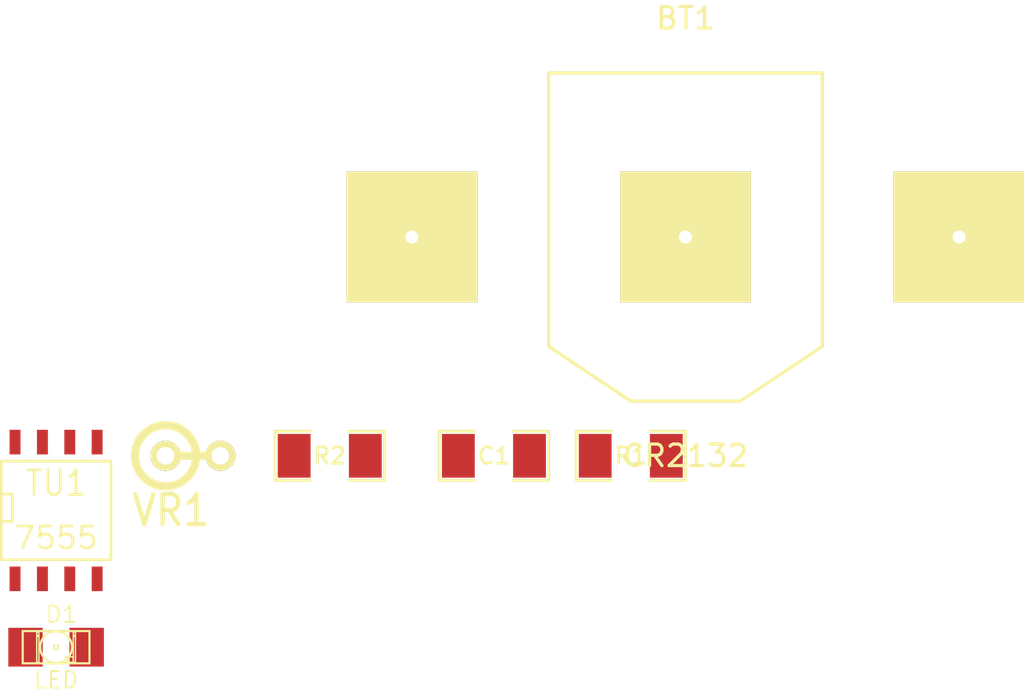
<source format=kicad_pcb>
(kicad_pcb (version 3) (host pcbnew "(2013-07-07 BZR 4022)-stable")

  (general
    (links 14)
    (no_connects 14)
    (area 0 0 0 0)
    (thickness 1.6)
    (drawings 0)
    (tracks 0)
    (zones 0)
    (modules 7)
    (nets 7)
  )

  (page A3)
  (layers
    (15 F.Cu signal)
    (0 B.Cu signal)
    (16 B.Adhes user)
    (17 F.Adhes user)
    (18 B.Paste user)
    (19 F.Paste user)
    (20 B.SilkS user)
    (21 F.SilkS user)
    (22 B.Mask user)
    (23 F.Mask user)
    (24 Dwgs.User user)
    (25 Cmts.User user)
    (26 Eco1.User user)
    (27 Eco2.User user)
    (28 Edge.Cuts user)
  )

  (setup
    (last_trace_width 0.254)
    (trace_clearance 0.254)
    (zone_clearance 0.508)
    (zone_45_only no)
    (trace_min 0.254)
    (segment_width 0.2)
    (edge_width 0.1)
    (via_size 0.889)
    (via_drill 0.635)
    (via_min_size 0.889)
    (via_min_drill 0.508)
    (uvia_size 0.508)
    (uvia_drill 0.127)
    (uvias_allowed no)
    (uvia_min_size 0.508)
    (uvia_min_drill 0.127)
    (pcb_text_width 0.3)
    (pcb_text_size 1.5 1.5)
    (mod_edge_width 0.15)
    (mod_text_size 1 1)
    (mod_text_width 0.15)
    (pad_size 6.07 6.07)
    (pad_drill 0.6)
    (pad_to_mask_clearance 0)
    (aux_axis_origin 0 0)
    (visible_elements FFFFFFBF)
    (pcbplotparams
      (layerselection 3178497)
      (usegerberextensions true)
      (excludeedgelayer true)
      (linewidth 0.150000)
      (plotframeref false)
      (viasonmask false)
      (mode 1)
      (useauxorigin false)
      (hpglpennumber 1)
      (hpglpenspeed 20)
      (hpglpendiameter 15)
      (hpglpenoverlay 2)
      (psnegative false)
      (psa4output false)
      (plotreference true)
      (plotvalue true)
      (plotothertext true)
      (plotinvisibletext false)
      (padsonsilk false)
      (subtractmaskfromsilk false)
      (outputformat 1)
      (mirror false)
      (drillshape 1)
      (scaleselection 1)
      (outputdirectory ""))
  )

  (net 0 "")
  (net 1 GND)
  (net 2 N-000001)
  (net 3 N-000002)
  (net 4 N-000003)
  (net 5 N-000006)
  (net 6 VCC)

  (net_class Default "This is the default net class."
    (clearance 0.254)
    (trace_width 0.254)
    (via_dia 0.889)
    (via_drill 0.635)
    (uvia_dia 0.508)
    (uvia_drill 0.127)
    (add_net "")
    (add_net GND)
    (add_net N-000001)
    (add_net N-000002)
    (add_net N-000003)
    (add_net N-000006)
    (add_net VCC)
  )

  (module SO8N (layer F.Cu) (tedit 45127296) (tstamp 52DD696F)
    (at 31.75 49.53)
    (descr "Module CMS SOJ 8 pins large")
    (tags "CMS SOJ")
    (path /52DD5FA3)
    (attr smd)
    (fp_text reference TU1 (at 0 -1.27) (layer F.SilkS)
      (effects (font (size 1.143 1.016) (thickness 0.127)))
    )
    (fp_text value 7555 (at 0 1.27) (layer F.SilkS)
      (effects (font (size 1.016 1.016) (thickness 0.127)))
    )
    (fp_line (start -2.54 -2.286) (end 2.54 -2.286) (layer F.SilkS) (width 0.127))
    (fp_line (start 2.54 -2.286) (end 2.54 2.286) (layer F.SilkS) (width 0.127))
    (fp_line (start 2.54 2.286) (end -2.54 2.286) (layer F.SilkS) (width 0.127))
    (fp_line (start -2.54 2.286) (end -2.54 -2.286) (layer F.SilkS) (width 0.127))
    (fp_line (start -2.54 -0.762) (end -2.032 -0.762) (layer F.SilkS) (width 0.127))
    (fp_line (start -2.032 -0.762) (end -2.032 0.508) (layer F.SilkS) (width 0.127))
    (fp_line (start -2.032 0.508) (end -2.54 0.508) (layer F.SilkS) (width 0.127))
    (pad 8 smd rect (at -1.905 -3.175) (size 0.508 1.143)
      (layers F.Cu F.Paste F.Mask)
      (net 6 VCC)
    )
    (pad 7 smd rect (at -0.635 -3.175) (size 0.508 1.143)
      (layers F.Cu F.Paste F.Mask)
      (net 5 N-000006)
    )
    (pad 6 smd rect (at 0.635 -3.175) (size 0.508 1.143)
      (layers F.Cu F.Paste F.Mask)
      (net 2 N-000001)
    )
    (pad 5 smd rect (at 1.905 -3.175) (size 0.508 1.143)
      (layers F.Cu F.Paste F.Mask)
    )
    (pad 4 smd rect (at 1.905 3.175) (size 0.508 1.143)
      (layers F.Cu F.Paste F.Mask)
      (net 6 VCC)
    )
    (pad 3 smd rect (at 0.635 3.175) (size 0.508 1.143)
      (layers F.Cu F.Paste F.Mask)
      (net 3 N-000002)
    )
    (pad 2 smd rect (at -0.635 3.175) (size 0.508 1.143)
      (layers F.Cu F.Paste F.Mask)
      (net 2 N-000001)
    )
    (pad 1 smd rect (at -1.905 3.175) (size 0.508 1.143)
      (layers F.Cu F.Paste F.Mask)
      (net 1 GND)
    )
    (model smd/cms_so8.wrl
      (at (xyz 0 0 0))
      (scale (xyz 0.5 0.38 0.5))
      (rotate (xyz 0 0 0))
    )
  )

  (module SM1206 (layer F.Cu) (tedit 42806E24) (tstamp 52DD6938)
    (at 44.45 46.99)
    (path /52DD6039)
    (attr smd)
    (fp_text reference R2 (at 0 0) (layer F.SilkS)
      (effects (font (size 0.762 0.762) (thickness 0.127)))
    )
    (fp_text value 1K (at 0 0) (layer F.SilkS) hide
      (effects (font (size 0.762 0.762) (thickness 0.127)))
    )
    (fp_line (start -2.54 -1.143) (end -2.54 1.143) (layer F.SilkS) (width 0.127))
    (fp_line (start -2.54 1.143) (end -0.889 1.143) (layer F.SilkS) (width 0.127))
    (fp_line (start 0.889 -1.143) (end 2.54 -1.143) (layer F.SilkS) (width 0.127))
    (fp_line (start 2.54 -1.143) (end 2.54 1.143) (layer F.SilkS) (width 0.127))
    (fp_line (start 2.54 1.143) (end 0.889 1.143) (layer F.SilkS) (width 0.127))
    (fp_line (start -0.889 -1.143) (end -2.54 -1.143) (layer F.SilkS) (width 0.127))
    (pad 1 smd rect (at -1.651 0) (size 1.524 2.032)
      (layers F.Cu F.Paste F.Mask)
      (net 3 N-000002)
    )
    (pad 2 smd rect (at 1.651 0) (size 1.524 2.032)
      (layers F.Cu F.Paste F.Mask)
      (net 4 N-000003)
    )
    (model smd/chip_cms.wrl
      (at (xyz 0 0 0))
      (scale (xyz 0.17 0.16 0.16))
      (rotate (xyz 0 0 0))
    )
  )

  (module SM1206 (layer F.Cu) (tedit 42806E24) (tstamp 52DD753D)
    (at 52.07 46.99)
    (path /52DD5FFA)
    (attr smd)
    (fp_text reference C1 (at 0 0) (layer F.SilkS)
      (effects (font (size 0.762 0.762) (thickness 0.127)))
    )
    (fp_text value 1u (at 0 0) (layer F.SilkS) hide
      (effects (font (size 0.762 0.762) (thickness 0.127)))
    )
    (fp_line (start -2.54 -1.143) (end -2.54 1.143) (layer F.SilkS) (width 0.127))
    (fp_line (start -2.54 1.143) (end -0.889 1.143) (layer F.SilkS) (width 0.127))
    (fp_line (start 0.889 -1.143) (end 2.54 -1.143) (layer F.SilkS) (width 0.127))
    (fp_line (start 2.54 -1.143) (end 2.54 1.143) (layer F.SilkS) (width 0.127))
    (fp_line (start 2.54 1.143) (end 0.889 1.143) (layer F.SilkS) (width 0.127))
    (fp_line (start -0.889 -1.143) (end -2.54 -1.143) (layer F.SilkS) (width 0.127))
    (pad 1 smd rect (at -1.651 0) (size 1.524 2.032)
      (layers F.Cu F.Paste F.Mask)
      (net 2 N-000001)
    )
    (pad 2 smd rect (at 1.651 0) (size 1.524 2.032)
      (layers F.Cu F.Paste F.Mask)
      (net 1 GND)
    )
    (model smd/chip_cms.wrl
      (at (xyz 0 0 0))
      (scale (xyz 0.17 0.16 0.16))
      (rotate (xyz 0 0 0))
    )
  )

  (module SM1206 (layer F.Cu) (tedit 42806E24) (tstamp 52DD7549)
    (at 58.42 46.99)
    (path /52DD6009)
    (attr smd)
    (fp_text reference R1 (at 0 0) (layer F.SilkS)
      (effects (font (size 0.762 0.762) (thickness 0.127)))
    )
    (fp_text value 470K (at 0 0) (layer F.SilkS) hide
      (effects (font (size 0.762 0.762) (thickness 0.127)))
    )
    (fp_line (start -2.54 -1.143) (end -2.54 1.143) (layer F.SilkS) (width 0.127))
    (fp_line (start -2.54 1.143) (end -0.889 1.143) (layer F.SilkS) (width 0.127))
    (fp_line (start 0.889 -1.143) (end 2.54 -1.143) (layer F.SilkS) (width 0.127))
    (fp_line (start 2.54 -1.143) (end 2.54 1.143) (layer F.SilkS) (width 0.127))
    (fp_line (start 2.54 1.143) (end 0.889 1.143) (layer F.SilkS) (width 0.127))
    (fp_line (start -0.889 -1.143) (end -2.54 -1.143) (layer F.SilkS) (width 0.127))
    (pad 1 smd rect (at -1.651 0) (size 1.524 2.032)
      (layers F.Cu F.Paste F.Mask)
      (net 5 N-000006)
    )
    (pad 2 smd rect (at 1.651 0) (size 1.524 2.032)
      (layers F.Cu F.Paste F.Mask)
      (net 2 N-000001)
    )
    (model smd/chip_cms.wrl
      (at (xyz 0 0 0))
      (scale (xyz 0.17 0.16 0.16))
      (rotate (xyz 0 0 0))
    )
  )

  (module R1 (layer F.Cu) (tedit 200000) (tstamp 52DD7551)
    (at 38.1 46.99)
    (descr "Resistance verticale")
    (tags R)
    (path /52DD602C)
    (autoplace_cost90 10)
    (autoplace_cost180 10)
    (fp_text reference VR1 (at -1.016 2.54) (layer F.SilkS)
      (effects (font (size 1.397 1.27) (thickness 0.2032)))
    )
    (fp_text value VR (at -1.143 2.54) (layer F.SilkS) hide
      (effects (font (size 1.397 1.27) (thickness 0.2032)))
    )
    (fp_line (start -1.27 0) (end 1.27 0) (layer F.SilkS) (width 0.381))
    (fp_circle (center -1.27 0) (end -0.635 1.27) (layer F.SilkS) (width 0.381))
    (pad 1 thru_hole circle (at -1.27 0) (size 1.397 1.397) (drill 0.8128)
      (layers *.Cu *.Mask F.SilkS)
      (net 6 VCC)
    )
    (pad 2 thru_hole circle (at 1.27 0) (size 1.397 1.397) (drill 0.8128)
      (layers *.Cu *.Mask F.SilkS)
      (net 5 N-000006)
    )
    (model discret/verti_resistor.wrl
      (at (xyz 0 0 0))
      (scale (xyz 1 1 1))
      (rotate (xyz 0 0 0))
    )
  )

  (module LED-1206 (layer F.Cu) (tedit 49BFA1FF) (tstamp 52DD757B)
    (at 31.75 55.88)
    (descr "LED 1206 smd package")
    (tags "LED1206 SMD")
    (path /52DD604B)
    (attr smd)
    (fp_text reference D1 (at 0.254 -1.524) (layer F.SilkS)
      (effects (font (size 0.762 0.762) (thickness 0.0889)))
    )
    (fp_text value LED (at 0 1.524) (layer F.SilkS)
      (effects (font (size 0.762 0.762) (thickness 0.0889)))
    )
    (fp_line (start -0.09906 0.09906) (end 0.09906 0.09906) (layer F.SilkS) (width 0.06604))
    (fp_line (start 0.09906 0.09906) (end 0.09906 -0.09906) (layer F.SilkS) (width 0.06604))
    (fp_line (start -0.09906 -0.09906) (end 0.09906 -0.09906) (layer F.SilkS) (width 0.06604))
    (fp_line (start -0.09906 0.09906) (end -0.09906 -0.09906) (layer F.SilkS) (width 0.06604))
    (fp_line (start 0.44958 0.6985) (end 0.79756 0.6985) (layer F.SilkS) (width 0.06604))
    (fp_line (start 0.79756 0.6985) (end 0.79756 0.44958) (layer F.SilkS) (width 0.06604))
    (fp_line (start 0.44958 0.44958) (end 0.79756 0.44958) (layer F.SilkS) (width 0.06604))
    (fp_line (start 0.44958 0.6985) (end 0.44958 0.44958) (layer F.SilkS) (width 0.06604))
    (fp_line (start 0.79756 0.6985) (end 0.89916 0.6985) (layer F.SilkS) (width 0.06604))
    (fp_line (start 0.89916 0.6985) (end 0.89916 -0.49784) (layer F.SilkS) (width 0.06604))
    (fp_line (start 0.79756 -0.49784) (end 0.89916 -0.49784) (layer F.SilkS) (width 0.06604))
    (fp_line (start 0.79756 0.6985) (end 0.79756 -0.49784) (layer F.SilkS) (width 0.06604))
    (fp_line (start 0.79756 -0.54864) (end 0.89916 -0.54864) (layer F.SilkS) (width 0.06604))
    (fp_line (start 0.89916 -0.54864) (end 0.89916 -0.6985) (layer F.SilkS) (width 0.06604))
    (fp_line (start 0.79756 -0.6985) (end 0.89916 -0.6985) (layer F.SilkS) (width 0.06604))
    (fp_line (start 0.79756 -0.54864) (end 0.79756 -0.6985) (layer F.SilkS) (width 0.06604))
    (fp_line (start -0.89916 0.6985) (end -0.79756 0.6985) (layer F.SilkS) (width 0.06604))
    (fp_line (start -0.79756 0.6985) (end -0.79756 -0.49784) (layer F.SilkS) (width 0.06604))
    (fp_line (start -0.89916 -0.49784) (end -0.79756 -0.49784) (layer F.SilkS) (width 0.06604))
    (fp_line (start -0.89916 0.6985) (end -0.89916 -0.49784) (layer F.SilkS) (width 0.06604))
    (fp_line (start -0.89916 -0.54864) (end -0.79756 -0.54864) (layer F.SilkS) (width 0.06604))
    (fp_line (start -0.79756 -0.54864) (end -0.79756 -0.6985) (layer F.SilkS) (width 0.06604))
    (fp_line (start -0.89916 -0.6985) (end -0.79756 -0.6985) (layer F.SilkS) (width 0.06604))
    (fp_line (start -0.89916 -0.54864) (end -0.89916 -0.6985) (layer F.SilkS) (width 0.06604))
    (fp_line (start 0.44958 0.6985) (end 0.59944 0.6985) (layer F.SilkS) (width 0.06604))
    (fp_line (start 0.59944 0.6985) (end 0.59944 0.44958) (layer F.SilkS) (width 0.06604))
    (fp_line (start 0.44958 0.44958) (end 0.59944 0.44958) (layer F.SilkS) (width 0.06604))
    (fp_line (start 0.44958 0.6985) (end 0.44958 0.44958) (layer F.SilkS) (width 0.06604))
    (fp_line (start 1.5494 0.7493) (end -1.5494 0.7493) (layer F.SilkS) (width 0.1016))
    (fp_line (start -1.5494 0.7493) (end -1.5494 -0.7493) (layer F.SilkS) (width 0.1016))
    (fp_line (start -1.5494 -0.7493) (end 1.5494 -0.7493) (layer F.SilkS) (width 0.1016))
    (fp_line (start 1.5494 -0.7493) (end 1.5494 0.7493) (layer F.SilkS) (width 0.1016))
    (fp_arc (start 0 0) (end 0.54864 0.49784) (angle 95.4) (layer F.SilkS) (width 0.1016))
    (fp_arc (start 0 0) (end -0.54864 0.49784) (angle 84.5) (layer F.SilkS) (width 0.1016))
    (fp_arc (start 0 0) (end -0.54864 -0.49784) (angle 95.4) (layer F.SilkS) (width 0.1016))
    (fp_arc (start 0 0) (end 0.54864 -0.49784) (angle 84.5) (layer F.SilkS) (width 0.1016))
    (pad 1 smd rect (at -1.41986 0) (size 1.59766 1.80086)
      (layers F.Cu F.Paste F.Mask)
      (net 4 N-000003)
    )
    (pad 2 smd rect (at 1.41986 0) (size 1.59766 1.80086)
      (layers F.Cu F.Paste F.Mask)
      (net 1 GND)
    )
  )

  (module CR2032 (layer F.Cu) (tedit 52DD727C) (tstamp 52DD7588)
    (at 60.96 36.83)
    (path /52DD61D3)
    (fp_text reference BT1 (at 0 -10.16) (layer F.SilkS)
      (effects (font (size 1 1) (thickness 0.15)))
    )
    (fp_text value CR2132 (at 0 10.16) (layer F.SilkS)
      (effects (font (size 1 1) (thickness 0.15)))
    )
    (fp_line (start -6.35 -7.62) (end -6.35 5.08) (layer F.SilkS) (width 0.15))
    (fp_line (start -6.35 5.08) (end -2.54 7.62) (layer F.SilkS) (width 0.15))
    (fp_line (start -2.54 7.62) (end 2.54 7.62) (layer F.SilkS) (width 0.15))
    (fp_line (start 2.54 7.62) (end 6.35 5.08) (layer F.SilkS) (width 0.15))
    (fp_line (start 6.35 5.08) (end 6.35 -7.62) (layer F.SilkS) (width 0.15))
    (fp_line (start 6.35 -7.62) (end -6.35 -7.62) (layer F.SilkS) (width 0.15))
    (pad 2 thru_hole rect (at 0 0) (size 6.07 6.07) (drill 0.6)
      (layers *.Cu *.Mask F.SilkS)
      (net 1 GND)
    )
    (pad 1 thru_hole rect (at -12.7 0) (size 6.07 6.07) (drill 0.6)
      (layers *.Cu *.Mask F.SilkS)
      (net 6 VCC)
    )
    (pad 1 thru_hole rect (at 12.7 0) (size 6.07 6.07) (drill 0.6)
      (layers *.Cu *.Mask F.SilkS)
      (net 6 VCC)
    )
  )

)

</source>
